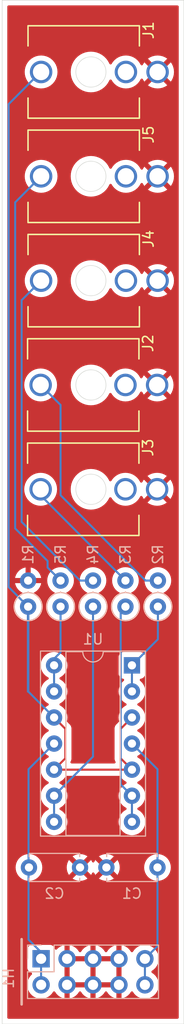
<source format=kicad_pcb>
(kicad_pcb (version 20240108) (generator "pcbnew") (generator_version "8.0")
  (layers (0 "F.Cu" signal) (31 "B.Cu" signal) (36 "B.SilkS" user "B.Silkscreen") (37 "F.SilkS" user "F.Silkscreen") (38 "B.Mask" user) (39 "F.Mask" user) (44 "Edge.Cuts" user))
  (net 0 "")
  (net 1 "GND")
  (net 2 "+12V")
  (net 3 "-12V")
  (net 5 "Net-(U1A-+)")
  (net 6 "Net-(J2-Pad3)")
  (net 8 "Net-(J3-Pad3)")
  (net 10 "Net-(J4-Pad3)")
  (net 12 "Net-(J5-Pad3)")
  (net 14 "Net-(U1D--)")
  (net 15 "Net-(U1A--)")
  (net 16 "Net-(U1B--)")
  (net 17 "Net-(U1C--)")
  (footprint "Eurocad:PJ301M-12" (layer "F.Cu") (at 157.955 59.055 90)
    (property "Reference" "J4" (at 4.064 5.588 90) (layer "F.SilkS"))
    (property "Value" "OUT_A3" (hide yes))
    (fp_line (start 4.5 -6.2) (end 4.5 4.7) (stroke (width 0.15)) (layer "F.SilkS"))
    (fp_line (start 2.54 -6.2) (end 4.5 -6.2) (stroke (width 0.15)) (layer "F.SilkS"))
    (fp_line (start -4.5 -6.2) (end -2.54 -6.2) (stroke (width 0.15)) (layer "F.SilkS"))
    (fp_line (start -4.5 -6.2) (end -4.5 4.7) (stroke (width 0.15)) (layer "F.SilkS"))
    (fp_line (start 2.54 4.7) (end 4.5 4.7) (stroke (width 0.15)) (layer "F.SilkS"))
    (fp_line (start -4.5 4.7) (end -2.54 4.7) (stroke (width 0.15)) (layer "F.SilkS"))
    (pad "1" thru_hole circle (at 0 6.48 90) (size 2.2 2.2) (drill 1.6) (layers "*.Cu" "*.Mask") (net 1 "GND"))
    (pad "2" thru_hole circle (at 0 3.38 90) (size 2.2 2.2) (drill 1.6) (layers "*.Cu" "*.Mask"))
    (pad "3" thru_hole circle (at 0 -4.92 90) (size 2.2 2.2) (drill 1.6) (layers "*.Cu" "*.Mask") (net 10 "Net-(J4-Pad3)"))
  )
  (footprint "Eurocad:PJ301M-12" (layer "F.Cu") (at 157.91 79.375 90)
    (property "Reference" "J3" (at 4.064 5.588 90) (layer "F.SilkS"))
    (property "Value" "OUT_A2" (hide yes))
    (fp_line (start 4.5 -6.2) (end 4.5 4.7) (stroke (width 0.15)) (layer "F.SilkS"))
    (fp_line (start 2.54 -6.2) (end 4.5 -6.2) (stroke (width 0.15)) (layer "F.SilkS"))
    (fp_line (start -4.5 -6.2) (end -2.54 -6.2) (stroke (width 0.15)) (layer "F.SilkS"))
    (fp_line (start -4.5 -6.2) (end -4.5 4.7) (stroke (width 0.15)) (layer "F.SilkS"))
    (fp_line (start 2.54 4.7) (end 4.5 4.7) (stroke (width 0.15)) (layer "F.SilkS"))
    (fp_line (start -4.5 4.7) (end -2.54 4.7) (stroke (width 0.15)) (layer "F.SilkS"))
    (pad "1" thru_hole circle (at 0 6.48 90) (size 2.2 2.2) (drill 1.6) (layers "*.Cu" "*.Mask") (net 1 "GND"))
    (pad "2" thru_hole circle (at 0 3.38 90) (size 2.2 2.2) (drill 1.6) (layers "*.Cu" "*.Mask"))
    (pad "3" thru_hole circle (at 0 -4.92 90) (size 2.2 2.2) (drill 1.6) (layers "*.Cu" "*.Mask") (net 8 "Net-(J3-Pad3)"))
  )
  (footprint "Eurocad:PJ301M-12" (layer "F.Cu") (at 157.91 69.215 90)
    (property "Reference" "J2" (at 4.064 5.588 90) (layer "F.SilkS"))
    (property "Value" "OUT_A1" (hide yes))
    (fp_line (start 4.5 -6.2) (end 4.5 4.7) (stroke (width 0.15)) (layer "F.SilkS"))
    (fp_line (start 2.54 -6.2) (end 4.5 -6.2) (stroke (width 0.15)) (layer "F.SilkS"))
    (fp_line (start -4.5 -6.2) (end -2.54 -6.2) (stroke (width 0.15)) (layer "F.SilkS"))
    (fp_line (start -4.5 -6.2) (end -4.5 4.7) (stroke (width 0.15)) (layer "F.SilkS"))
    (fp_line (start 2.54 4.7) (end 4.5 4.7) (stroke (width 0.15)) (layer "F.SilkS"))
    (fp_line (start -4.5 4.7) (end -2.54 4.7) (stroke (width 0.15)) (layer "F.SilkS"))
    (pad "1" thru_hole circle (at 0 6.48 90) (size 2.2 2.2) (drill 1.6) (layers "*.Cu" "*.Mask") (net 1 "GND"))
    (pad "2" thru_hole circle (at 0 3.38 90) (size 2.2 2.2) (drill 1.6) (layers "*.Cu" "*.Mask"))
    (pad "3" thru_hole circle (at 0 -4.92 90) (size 2.2 2.2) (drill 1.6) (layers "*.Cu" "*.Mask") (net 6 "Net-(J2-Pad3)"))
  )
  (footprint "Eurocad:PJ301M-12" (layer "F.Cu") (at 157.955 48.895 90)
    (property "Reference" "J5" (at 4.064 5.588 90) (layer "F.SilkS"))
    (property "Value" "OUT_A4" (hide yes))
    (fp_line (start 4.5 -6.2) (end 4.5 4.7) (stroke (width 0.15)) (layer "F.SilkS"))
    (fp_line (start 2.54 -6.2) (end 4.5 -6.2) (stroke (width 0.15)) (layer "F.SilkS"))
    (fp_line (start -4.5 -6.2) (end -2.54 -6.2) (stroke (width 0.15)) (layer "F.SilkS"))
    (fp_line (start -4.5 -6.2) (end -4.5 4.7) (stroke (width 0.15)) (layer "F.SilkS"))
    (fp_line (start 2.54 4.7) (end 4.5 4.7) (stroke (width 0.15)) (layer "F.SilkS"))
    (fp_line (start -4.5 4.7) (end -2.54 4.7) (stroke (width 0.15)) (layer "F.SilkS"))
    (pad "1" thru_hole circle (at 0 6.48 90) (size 2.2 2.2) (drill 1.6) (layers "*.Cu" "*.Mask") (net 1 "GND"))
    (pad "2" thru_hole circle (at 0 3.38 90) (size 2.2 2.2) (drill 1.6) (layers "*.Cu" "*.Mask"))
    (pad "3" thru_hole circle (at 0 -4.92 90) (size 2.2 2.2) (drill 1.6) (layers "*.Cu" "*.Mask") (net 12 "Net-(J5-Pad3)"))
  )
  (footprint "Eurocad:PJ301M-12" (layer "F.Cu") (at 157.955 38.735 90)
    (property "Reference" "J1" (at 4.064 5.588 90) (layer "F.SilkS"))
    (property "Value" "IN_A" (hide yes))
    (fp_line (start 4.5 -6.2) (end 4.5 4.7) (stroke (width 0.15)) (layer "F.SilkS"))
    (fp_line (start 2.54 -6.2) (end 4.5 -6.2) (stroke (width 0.15)) (layer "F.SilkS"))
    (fp_line (start -4.5 -6.2) (end -2.54 -6.2) (stroke (width 0.15)) (layer "F.SilkS"))
    (fp_line (start -4.5 -6.2) (end -4.5 4.7) (stroke (width 0.15)) (layer "F.SilkS"))
    (fp_line (start 2.54 4.7) (end 4.5 4.7) (stroke (width 0.15)) (layer "F.SilkS"))
    (fp_line (start -4.5 4.7) (end -2.54 4.7) (stroke (width 0.15)) (layer "F.SilkS"))
    (pad "1" thru_hole circle (at 0 6.48 90) (size 2.2 2.2) (drill 1.6) (layers "*.Cu" "*.Mask") (net 1 "GND"))
    (pad "2" thru_hole circle (at 0 3.38 90) (size 2.2 2.2) (drill 1.6) (layers "*.Cu" "*.Mask"))
    (pad "3" thru_hole circle (at 0 -4.92 90) (size 2.2 2.2) (drill 1.6) (layers "*.Cu" "*.Mask") (net 5 "Net-(U1A-+)"))
  )
  (footprint "Package_DIP:DIP-14_W7.62mm_Socket" (layer "B.Cu") (at 161.925 96.52 180)
    (property "Reference" "U1" (at 3.81 2.54 0) (layer "B.SilkS") (effects (justify mirror)))
    (property "Value" "TL084" (hide yes))
    (fp_line (start 8.95 1.39) (end 8.95 -16.63) (stroke (width 0.12)) (layer "B.SilkS"))
    (fp_line (start 8.95 -16.63) (end -1.33 -16.63) (stroke (width 0.12)) (layer "B.SilkS"))
    (fp_line (start 6.46 1.33) (end 6.46 -16.57) (stroke (width 0.12)) (layer "B.SilkS"))
    (fp_line (start 6.46 -16.57) (end 1.16 -16.57) (stroke (width 0.12)) (layer "B.SilkS"))
    (fp_line (start 4.81 1.33) (end 6.46 1.33) (stroke (width 0.12)) (layer "B.SilkS"))
    (fp_line (start 1.16 1.33) (end 2.81 1.33) (stroke (width 0.12)) (layer "B.SilkS"))
    (fp_line (start 1.16 -16.57) (end 1.16 1.33) (stroke (width 0.12)) (layer "B.SilkS"))
    (fp_line (start -1.33 1.39) (end 8.95 1.39) (stroke (width 0.12)) (layer "B.SilkS"))
    (fp_line (start -1.33 -16.63) (end -1.33 1.39) (stroke (width 0.12)) (layer "B.SilkS"))
    (fp_arc (start 2.81 1.33) (mid 3.81 0.33) (end 4.81 1.33) (stroke (width 0.12)) (layer "B.SilkS"))
    (pad "1" thru_hole rect (at 0 0 180) (size 1.6 1.6) (drill 0.8) (layers "*.Cu" "*.Mask") (net 15 "Net-(U1A--)"))
    (pad "2" thru_hole oval (at 0 -2.54 180) (size 1.6 1.6) (drill 0.8) (layers "*.Cu" "*.Mask") (net 15 "Net-(U1A--)"))
    (pad "3" thru_hole oval (at 0 -5.08 180) (size 1.6 1.6) (drill 0.8) (layers "*.Cu" "*.Mask") (net 5 "Net-(U1A-+)"))
    (pad "4" thru_hole oval (at 0 -7.62 180) (size 1.6 1.6) (drill 0.8) (layers "*.Cu" "*.Mask") (net 2 "+12V"))
    (pad "5" thru_hole oval (at 0 -10.16 180) (size 1.6 1.6) (drill 0.8) (layers "*.Cu" "*.Mask") (net 5 "Net-(U1A-+)"))
    (pad "6" thru_hole oval (at 0 -12.7 180) (size 1.6 1.6) (drill 0.8) (layers "*.Cu" "*.Mask") (net 16 "Net-(U1B--)"))
    (pad "7" thru_hole oval (at 0 -15.24 180) (size 1.6 1.6) (drill 0.8) (layers "*.Cu" "*.Mask") (net 16 "Net-(U1B--)"))
    (pad "8" thru_hole oval (at 7.62 -15.24 180) (size 1.6 1.6) (drill 0.8) (layers "*.Cu" "*.Mask") (net 17 "Net-(U1C--)"))
    (pad "9" thru_hole oval (at 7.62 -12.7 180) (size 1.6 1.6) (drill 0.8) (layers "*.Cu" "*.Mask") (net 17 "Net-(U1C--)"))
    (pad "10" thru_hole oval (at 7.62 -10.16 180) (size 1.6 1.6) (drill 0.8) (layers "*.Cu" "*.Mask") (net 5 "Net-(U1A-+)"))
    (pad "11" thru_hole oval (at 7.62 -7.62 180) (size 1.6 1.6) (drill 0.8) (layers "*.Cu" "*.Mask") (net 3 "-12V"))
    (pad "12" thru_hole oval (at 7.62 -5.08 180) (size 1.6 1.6) (drill 0.8) (layers "*.Cu" "*.Mask") (net 5 "Net-(U1A-+)"))
    (pad "13" thru_hole oval (at 7.62 -2.54 180) (size 1.6 1.6) (drill 0.8) (layers "*.Cu" "*.Mask") (net 14 "Net-(U1D--)"))
    (pad "14" thru_hole oval (at 7.62 0 180) (size 1.6 1.6) (drill 0.8) (layers "*.Cu" "*.Mask") (net 14 "Net-(U1D--)"))
  )
  (footprint "Capacitor_THT:C_Disc_D4.7mm_W2.5mm_P5.00mm" (layer "B.Cu") (at 156.845 116.205 180)
    (property "Reference" "C2" (at 2.5 -2.54 0) (layer "B.SilkS") (effects (justify mirror)))
    (property "Value" "100n" (hide yes))
    (fp_line (start 4.97 1.37) (end 0.03 1.37) (stroke (width 0.12)) (layer "B.SilkS"))
    (fp_line (start 4.97 1.055) (end 4.97 1.37) (stroke (width 0.12)) (layer "B.SilkS"))
    (fp_line (start 4.97 -1.37) (end 4.97 -1.055) (stroke (width 0.12)) (layer "B.SilkS"))
    (fp_line (start 4.97 -1.37) (end 0.03 -1.37) (stroke (width 0.12)) (layer "B.SilkS"))
    (fp_line (start 0.03 1.055) (end 0.03 1.37) (stroke (width 0.12)) (layer "B.SilkS"))
    (fp_line (start 0.03 -1.37) (end 0.03 -1.055) (stroke (width 0.12)) (layer "B.SilkS"))
    (pad "1" thru_hole circle (at 0 0 180) (size 1.6 1.6) (drill 0.8) (layers "*.Cu" "*.Mask") (net 1 "GND"))
    (pad "2" thru_hole circle (at 5 0 180) (size 1.6 1.6) (drill 0.8) (layers "*.Cu" "*.Mask") (net 3 "-12V"))
  )
  (footprint "Connector_PinHeader_2.54mm:PinHeader_2x05_P2.54mm_Vertical" (layer "B.Cu") (at 153.035 125.095 -90)
    (property "Reference" "H1" (at 1.905 3.175 90) (layer "B.SilkS") (effects (justify mirror)))
    (property "Value" "PIN_HEADER_2x5" (hide yes))
    (fp_line (start -1.33 1.33) (end -1.33 0) (stroke (width 0.12)) (layer "B.SilkS"))
    (fp_line (start 0 1.33) (end -1.33 1.33) (stroke (width 0.12)) (layer "B.SilkS"))
    (fp_line (start 1.27 1.33) (end 1.27 -1.27) (stroke (width 0.12)) (layer "B.SilkS"))
    (fp_line (start 3.87 1.33) (end 1.27 1.33) (stroke (width 0.12)) (layer "B.SilkS"))
    (fp_line (start 1.27 -1.27) (end -1.33 -1.27) (stroke (width 0.12)) (layer "B.SilkS"))
    (fp_line (start -1.33 -11.49) (end -1.33 -1.27) (stroke (width 0.12)) (layer "B.SilkS"))
    (fp_line (start 3.87 -11.49) (end 3.87 1.33) (stroke (width 0.12)) (layer "B.SilkS"))
    (fp_line (start 3.87 -11.49) (end -1.33 -11.49) (stroke (width 0.12)) (layer "B.SilkS"))
    (pad "1" thru_hole rect (at 0 0 270) (size 1.7 1.7) (drill 1) (layers "*.Cu" "*.Mask") (net 3 "-12V"))
    (pad "2" thru_hole oval (at 2.54 0 270) (size 1.7 1.7) (drill 1) (layers "*.Cu" "*.Mask") (net 3 "-12V"))
    (pad "3" thru_hole oval (at 0 -2.54 270) (size 1.7 1.7) (drill 1) (layers "*.Cu" "*.Mask") (net 1 "GND"))
    (pad "4" thru_hole oval (at 2.54 -2.54 270) (size 1.7 1.7) (drill 1) (layers "*.Cu" "*.Mask") (net 1 "GND"))
    (pad "5" thru_hole oval (at 0 -5.08 270) (size 1.7 1.7) (drill 1) (layers "*.Cu" "*.Mask") (net 1 "GND"))
    (pad "6" thru_hole oval (at 2.54 -5.08 270) (size 1.7 1.7) (drill 1) (layers "*.Cu" "*.Mask") (net 1 "GND"))
    (pad "7" thru_hole oval (at 0 -7.62 270) (size 1.7 1.7) (drill 1) (layers "*.Cu" "*.Mask") (net 1 "GND"))
    (pad "8" thru_hole oval (at 2.54 -7.62 270) (size 1.7 1.7) (drill 1) (layers "*.Cu" "*.Mask") (net 1 "GND"))
    (pad "9" thru_hole oval (at 0 -10.16 270) (size 1.7 1.7) (drill 1) (layers "*.Cu" "*.Mask") (net 2 "+12V"))
    (pad "10" thru_hole oval (at 2.54 -10.16 270) (size 1.7 1.7) (drill 1) (layers "*.Cu" "*.Mask") (net 2 "+12V"))
  )
  (footprint "Resistor_THT:R_Axial_DIN0207_L6.3mm_D2.5mm_P2.54mm_Vertical" (layer "B.Cu") (at 154.94 90.805 90)
    (property "Reference" "R5" (at 5.08 0 -90) (layer "B.SilkS") (effects (justify mirror)))
    (property "Value" "68R" (hide yes))
    (fp_line (start 1.44 0) (end 1.37 0) (stroke (width 0.12)) (layer "B.SilkS"))
    (fp_circle (center 0 0) (end 1.37 0) (stroke (width 0.12)) (fill none) (layer "B.SilkS"))
    (pad "1" thru_hole circle (at 0 0 90) (size 1.6 1.6) (drill 0.8) (layers "*.Cu" "*.Mask") (net 14 "Net-(U1D--)"))
    (pad "2" thru_hole oval (at 2.54 0 90) (size 1.6 1.6) (drill 0.8) (layers "*.Cu" "*.Mask") (net 12 "Net-(J5-Pad3)"))
  )
  (footprint "Resistor_THT:R_Axial_DIN0207_L6.3mm_D2.5mm_P2.54mm_Vertical" (layer "B.Cu") (at 164.465 90.805 90)
    (property "Reference" "R2" (at 5.08 0 -90) (layer "B.SilkS") (effects (justify mirror)))
    (property "Value" "68R" (hide yes))
    (fp_line (start 1.44 0) (end 1.37 0) (stroke (width 0.12)) (layer "B.SilkS"))
    (fp_circle (center 0 0) (end 1.37 0) (stroke (width 0.12)) (fill none) (layer "B.SilkS"))
    (pad "1" thru_hole circle (at 0 0 90) (size 1.6 1.6) (drill 0.8) (layers "*.Cu" "*.Mask") (net 15 "Net-(U1A--)"))
    (pad "2" thru_hole oval (at 2.54 0 90) (size 1.6 1.6) (drill 0.8) (layers "*.Cu" "*.Mask") (net 6 "Net-(J2-Pad3)"))
  )
  (footprint "Resistor_THT:R_Axial_DIN0207_L6.3mm_D2.5mm_P2.54mm_Vertical" (layer "B.Cu") (at 158.115 90.805 90)
    (property "Reference" "R4" (at 5.08 0 -90) (layer "B.SilkS") (effects (justify mirror)))
    (property "Value" "68R" (hide yes))
    (fp_line (start 1.44 0) (end 1.37 0) (stroke (width 0.12)) (layer "B.SilkS"))
    (fp_circle (center 0 0) (end 1.37 0) (stroke (width 0.12)) (fill none) (layer "B.SilkS"))
    (pad "1" thru_hole circle (at 0 0 90) (size 1.6 1.6) (drill 0.8) (layers "*.Cu" "*.Mask") (net 17 "Net-(U1C--)"))
    (pad "2" thru_hole oval (at 2.54 0 90) (size 1.6 1.6) (drill 0.8) (layers "*.Cu" "*.Mask") (net 10 "Net-(J4-Pad3)"))
  )
  (footprint "Capacitor_THT:C_Disc_D4.7mm_W2.5mm_P5.00mm" (layer "B.Cu") (at 164.425 116.205 180)
    (property "Reference" "C1" (at 2.5 -2.54 0) (layer "B.SilkS") (effects (justify mirror)))
    (property "Value" "100n" (hide yes))
    (fp_line (start 4.97 1.37) (end 0.03 1.37) (stroke (width 0.12)) (layer "B.SilkS"))
    (fp_line (start 4.97 1.055) (end 4.97 1.37) (stroke (width 0.12)) (layer "B.SilkS"))
    (fp_line (start 4.97 -1.37) (end 4.97 -1.055) (stroke (width 0.12)) (layer "B.SilkS"))
    (fp_line (start 4.97 -1.37) (end 0.03 -1.37) (stroke (width 0.12)) (layer "B.SilkS"))
    (fp_line (start 0.03 1.055) (end 0.03 1.37) (stroke (width 0.12)) (layer "B.SilkS"))
    (fp_line (start 0.03 -1.37) (end 0.03 -1.055) (stroke (width 0.12)) (layer "B.SilkS"))
    (pad "1" thru_hole circle (at 0 0 180) (size 1.6 1.6) (drill 0.8) (layers "*.Cu" "*.Mask") (net 2 "+12V"))
    (pad "2" thru_hole circle (at 5 0 180) (size 1.6 1.6) (drill 0.8) (layers "*.Cu" "*.Mask") (net 1 "GND"))
  )
  (footprint "Resistor_THT:R_Axial_DIN0207_L6.3mm_D2.5mm_P2.54mm_Vertical" (layer "B.Cu") (at 161.29 90.805 90)
    (property "Reference" "R3" (at 5.08 0 -90) (layer "B.SilkS") (effects (justify mirror)))
    (property "Value" "68R" (hide yes))
    (fp_line (start 1.44 0) (end 1.37 0) (stroke (width 0.12)) (layer "B.SilkS"))
    (fp_circle (center 0 0) (end 1.37 0) (stroke (width 0.12)) (fill none) (layer "B.SilkS"))
    (pad "1" thru_hole circle (at 0 0 90) (size 1.6 1.6) (drill 0.8) (layers "*.Cu" "*.Mask") (net 16 "Net-(U1B--)"))
    (pad "2" thru_hole oval (at 2.54 0 90) (size 1.6 1.6) (drill 0.8) (layers "*.Cu" "*.Mask") (net 8 "Net-(J3-Pad3)"))
  )
  (footprint "Resistor_THT:R_Axial_DIN0207_L6.3mm_D2.5mm_P2.54mm_Vertical" (layer "B.Cu") (at 151.765 90.805 90)
    (property "Reference" "R1" (at 5.08 0 90) (layer "B.SilkS") (effects (justify mirror)))
    (property "Value" "1M" (hide yes))
    (fp_line (start 1.44 0) (end 1.37 0) (stroke (width 0.12)) (layer "B.SilkS"))
    (fp_circle (center 0 0) (end 1.37 0) (stroke (width 0.12)) (fill none) (layer "B.SilkS"))
    (pad "1" thru_hole circle (at 0 0 90) (size 1.6 1.6) (drill 0.8) (layers "*.Cu" "*.Mask") (net 5 "Net-(U1A-+)"))
    (pad "2" thru_hole oval (at 2.54 0 90) (size 1.6 1.6) (drill 0.8) (layers "*.Cu" "*.Mask") (net 1 "GND"))
  )
  (gr_line (start 151.13 123.19) (end 151.13 129.54) (stroke (width 0.25)) (layer "B.SilkS"))
  (gr_circle (center 157.91 69.215) (end 159.385 69.215) (stroke (width 0.05)) (fill none) (layer "Edge.Cuts"))
  (gr_circle (center 157.91 79.375) (end 159.385 79.375) (stroke (width 0.05)) (fill none) (layer "Edge.Cuts"))
  (gr_circle (center 157.91 48.895) (end 159.385 48.895) (stroke (width 0.05)) (fill none) (layer "Edge.Cuts"))
  (gr_line (start 149.225 131.445) (end 167.005 131.445) (stroke (width 0.05)) (layer "Edge.Cuts"))
  (gr_line (start 167.005 131.445) (end 167.005 31.75) (stroke (width 0.05)) (layer "Edge.Cuts"))
  (gr_circle (center 157.91 59.055) (end 159.385 59.055) (stroke (width 0.05)) (fill none) (layer "Edge.Cuts"))
  (gr_circle (center 157.91 38.735) (end 159.385 38.735) (stroke (width 0.05)) (fill none) (layer "Edge.Cuts"))
  (gr_line (start 149.225 31.75) (end 167.005 31.75) (stroke (width 0.05)) (layer "Edge.Cuts"))
  (gr_line (start 149.225 31.75) (end 149.225 131.445) (stroke (width 0.05)) (layer "Edge.Cuts"))
  (segment (start 164.425 123.865) (end 164.425 116.205) (width 0.2) (layer "B.Cu") (net 2))
  (segment (start 164.425 116.205) (end 164.425 106.64) (width 0.2) (layer "B.Cu") (net 2))
  (segment (start 163.195 127.635) (end 163.195 125.095) (width 0.2) (layer "B.Cu") (net 2))
  (segment (start 164.425 106.64) (end 161.925 104.14) (width 0.2) (layer "B.Cu") (net 2))
  (segment (start 163.195 125.095) (end 164.425 123.865) (width 0.2) (layer "B.Cu") (net 2))
  (segment (start 151.805 116.205) (end 151.805 106.64) (width 0.2) (layer "B.Cu") (net 3))
  (segment (start 153.035 124.46) (end 151.805 123.23) (width 0.2) (layer "B.Cu") (net 3))
  (segment (start 151.805 123.23) (end 151.805 116.205) (width 0.2) (layer "B.Cu") (net 3))
  (segment (start 153.035 125.095) (end 153.035 124.46) (width 0.2) (layer "B.Cu") (net 3))
  (segment (start 151.805 106.64) (end 154.305 104.14) (width 0.2) (layer "B.Cu") (net 3))
  (segment (start 153.035 125.095) (end 153.035 127.635) (width 0.2) (layer "B.Cu") (net 3))
  (segment (start 154.305 106.68) (end 161.925 106.68) (width 0.2) (layer "F.Cu") (net 5))
  (segment (start 155.405 105.58) (end 154.305 106.68) (width 0.2) (layer "F.Cu") (net 5))
  (segment (start 160.825 105.58) (end 161.925 106.68) (width 0.2) (layer "F.Cu") (net 5))
  (segment (start 160.825 102.7) (end 160.825 105.58) (width 0.2) (layer "F.Cu") (net 5))
  (segment (start 154.305 101.6) (end 155.405 102.7) (width 0.2) (layer "F.Cu") (net 5))
  (segment (start 161.925 101.6) (end 160.825 102.7) (width 0.2) (layer "F.Cu") (net 5))
  (segment (start 155.405 102.7) (end 155.405 105.58) (width 0.2) (layer "F.Cu") (net 5))
  (segment (start 152.99 38.735) (end 149.86 41.865) (width 0.2) (layer "B.Cu") (net 5))
  (segment (start 154.305 101.6) (end 151.765 99.06) (width 0.2) (layer "B.Cu") (net 5))
  (segment (start 149.86 88.9) (end 151.765 90.805) (width 0.2) (layer "B.Cu") (net 5))
  (segment (start 149.86 41.865) (end 149.86 88.9) (width 0.2) (layer "B.Cu") (net 5))
  (segment (start 151.765 99.06) (end 151.765 90.805) (width 0.25) (layer "B.Cu") (net 5))
  (segment (start 154.94 71.165) (end 152.99 69.215) (width 0.2) (layer "B.Cu") (net 6))
  (segment (start 154.94 79.955233) (end 154.94 71.165) (width 0.2) (layer "B.Cu") (net 6))
  (segment (start 163.249767 88.265) (end 154.94 79.955233) (width 0.2) (layer "B.Cu") (net 6))
  (segment (start 164.465 88.265) (end 163.249767 88.265) (width 0.2) (layer "B.Cu") (net 6))
  (segment (start 152.99 79.965) (end 152.99 79.375) (width 0.2) (layer "B.Cu") (net 8))
  (segment (start 161.29 88.265) (end 152.99 79.965) (width 0.2) (layer "B.Cu") (net 8))
  (segment (start 158.115 88.265) (end 156.845 88.265) (width 0.2) (layer "B.Cu") (net 10))
  (segment (start 151.13 82.55) (end 151.13 60.96) (width 0.2) (layer "B.Cu") (net 10))
  (segment (start 156.845 88.265) (end 151.13 82.55) (width 0.2) (layer "B.Cu") (net 10))
  (segment (start 151.13 60.96) (end 153.035 59.055) (width 0.2) (layer "B.Cu") (net 10))
  (segment (start 150.495 83.185) (end 150.495 51.435) (width 0.2) (layer "B.Cu") (net 12))
  (segment (start 153.67 86.995) (end 153.67 86.36) (width 0.2) (layer "B.Cu") (net 12))
  (segment (start 154.94 88.265) (end 153.67 86.995) (width 0.2) (layer "B.Cu") (net 12))
  (segment (start 150.495 51.435) (end 153.035 48.895) (width 0.2) (layer "B.Cu") (net 12))
  (segment (start 153.67 86.36) (end 150.495 83.185) (width 0.2) (layer "B.Cu") (net 12))
  (segment (start 154.305 95.885) (end 154.94 95.25) (width 0.2) (layer "B.Cu") (net 14))
  (segment (start 154.305 99.06) (end 154.305 96.52) (width 0.2) (layer "B.Cu") (net 14))
  (segment (start 154.94 95.25) (end 154.94 90.805) (width 0.2) (layer "B.Cu") (net 14))
  (segment (start 154.305 96.52) (end 154.305 95.885) (width 0.2) (layer "B.Cu") (net 14))
  (segment (start 164.465 93.98) (end 164.465 90.805) (width 0.2) (layer "B.Cu") (net 15))
  (segment (start 161.925 96.52) (end 161.925 99.06) (width 0.2) (layer "B.Cu") (net 15))
  (segment (start 161.925 96.52) (end 164.465 93.98) (width 0.2) (layer "B.Cu") (net 15))
  (segment (start 161.925 109.22) (end 160.825 108.12) (width 0.2) (layer "B.Cu") (net 16))
  (segment (start 160.825 91.27) (end 161.29 90.805) (width 0.2) (layer "B.Cu") (net 16))
  (segment (start 160.825 108.12) (end 160.825 91.27) (width 0.2) (layer "B.Cu") (net 16))
  (segment (start 161.925 109.22) (end 161.925 111.76) (width 0.2) (layer "B.Cu") (net 16))
  (segment (start 154.305 109.22) (end 158.115 105.41) (width 0.2) (layer "B.Cu") (net 17))
  (segment (start 154.305 109.22) (end 154.305 111.76) (width 0.2) (layer "B.Cu") (net 17))
  (segment (start 158.115 105.41) (end 158.115 90.805) (width 0.2) (layer "B.Cu") (net 17))
  (zone (net 1) (net_name "GND") (layer "F.Cu") (connect_pads (clearance 0.5)) (min_thickness 0.25) (fill yes (thermal_gap 0.5) (thermal_bridge_width 0.5))
    (polygon (pts (xy 167.005 31.75) (xy 149.225 31.75) (xy 149.225 131.445) (xy 167.005 131.445)))
  )
)
</source>
